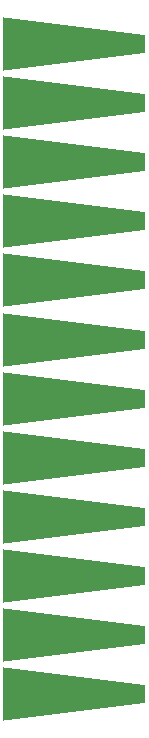
<source format=gbr>
%TF.GenerationSoftware,KiCad,Pcbnew,(6.0.10-0)*%
%TF.CreationDate,2024-08-14T11:11:09+02:00*%
%TF.ProjectId,touch_zone,746f7563-685f-47a6-9f6e-652e6b696361,rev?*%
%TF.SameCoordinates,Original*%
%TF.FileFunction,Copper,L1,Top*%
%TF.FilePolarity,Positive*%
%FSLAX46Y46*%
G04 Gerber Fmt 4.6, Leading zero omitted, Abs format (unit mm)*
G04 Created by KiCad (PCBNEW (6.0.10-0)) date 2024-08-14 11:11:09*
%MOMM*%
%LPD*%
G01*
G04 APERTURE LIST*
G04 Aperture macros list*
%AMOutline4P*
0 Free polygon, 4 corners , with rotation*
0 The origin of the aperture is its center*
0 number of corners: always 4*
0 $1 to $8 corner X, Y*
0 $9 Rotation angle, in degrees counterclockwise*
0 create outline with 4 corners*
4,1,4,$1,$2,$3,$4,$5,$6,$7,$8,$1,$2,$9*%
G04 Aperture macros list end*
%TA.AperFunction,SMDPad,CuDef*%
%ADD10Outline4P,-6.000000X-2.250000X6.000000X-0.750000X6.000000X0.750000X-6.000000X2.250000X0.000000*%
%TD*%
%TA.AperFunction,ViaPad*%
%ADD11C,0.500000*%
%TD*%
G04 APERTURE END LIST*
D10*
%TO.P,T8,1,Pin_1*%
%TO.N,Net-(J2-Pad4)*%
X76500000Y-58500000D03*
%TD*%
%TO.P,T5,1,Pin_1*%
%TO.N,Net-(J1-Pad3)*%
X76500000Y-43500000D03*
%TD*%
%TO.P,T4,1,Pin_1*%
%TO.N,Net-(J1-Pad5)*%
X76500000Y-38500000D03*
%TD*%
%TO.P,T10,1,Pin_1*%
%TO.N,Net-(J2-Pad5)*%
X76500000Y-68500000D03*
%TD*%
%TO.P,T2,1,Pin_1*%
%TO.N,Net-(J1-Pad4)*%
X76500000Y-28500000D03*
%TD*%
%TO.P,T9,1,Pin_1*%
%TO.N,Net-(J2-Pad2)*%
X76500000Y-63500000D03*
%TD*%
%TO.P,T11,1,Pin_1*%
%TO.N,Net-(J2-Pad3)*%
X76500000Y-73500000D03*
%TD*%
%TO.P,T3,1,Pin_1*%
%TO.N,Net-(J1-Pad2)*%
X76500000Y-33500000D03*
%TD*%
%TO.P,T6,1,Pin_1*%
%TO.N,Net-(J1-Pad6)*%
X76500000Y-48500000D03*
%TD*%
%TO.P,T1,1,Pin_1*%
%TO.N,Net-(J1-Pad1)*%
X76500000Y-23500000D03*
%TD*%
%TO.P,T7,1,Pin_1*%
%TO.N,Net-(J2-Pad1)*%
X76500000Y-53500000D03*
%TD*%
%TO.P,T12,1,Pin_1*%
%TO.N,Net-(J2-Pad6)*%
X76500000Y-78500000D03*
%TD*%
D11*
%TO.N,Net-(J1-Pad1)*%
X75500000Y-23500000D03*
%TO.N,Net-(J1-Pad2)*%
X75500000Y-33500000D03*
%TO.N,Net-(J1-Pad3)*%
X75500000Y-43500000D03*
%TO.N,Net-(J2-Pad1)*%
X75500000Y-53500000D03*
%TO.N,Net-(J2-Pad2)*%
X75500000Y-63500000D03*
%TO.N,Net-(J2-Pad3)*%
X75500000Y-73500000D03*
%TO.N,Net-(J2-Pad4)*%
X75500000Y-58500000D03*
%TO.N,Net-(J2-Pad5)*%
X75500000Y-68500000D03*
%TO.N,Net-(J2-Pad6)*%
X75500000Y-78500000D03*
%TO.N,Net-(J1-Pad4)*%
X75500000Y-28500000D03*
%TO.N,Net-(J1-Pad5)*%
X75500000Y-38500000D03*
%TO.N,Net-(J1-Pad6)*%
X75500000Y-48500000D03*
%TD*%
M02*

</source>
